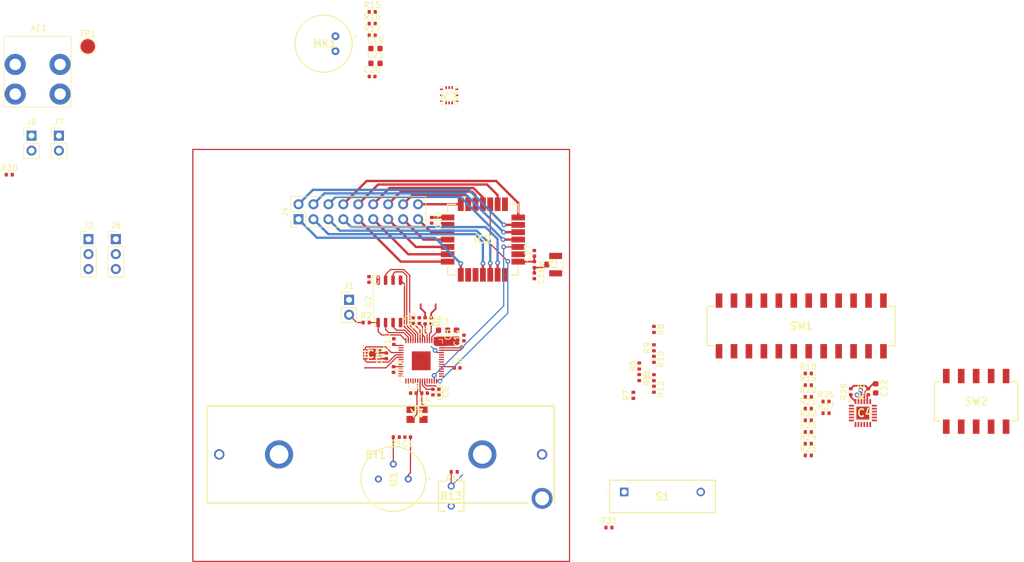
<source format=kicad_pcb>
(kicad_pcb (version 20221018) (generator pcbnew)
  (layers (0 "F.Cu" signal) (31 "B.Cu" signal) (34 "B.Paste" user) (35 "F.Paste" user) (36 "B.SilkS" user "B.Silkscreen") (37 "F.SilkS" user "F.Silkscreen") (38 "B.Mask" user) (39 "F.Mask" user) (44 "Edge.Cuts" user))
  (net 0 "")
  (net 1 "GND")
  (net 3 "+3.3V")
  (net 5 "VCC")
  (net 6 "/LoRa/PA13")
  (net 7 "/LoRa/PA14")
  (net 8 "/LoRa/PB15")
  (net 9 "/LoRa/PA15")
  (net 10 "/LoRa/PB4")
  (net 11 "/LoRa/PB3")
  (net 12 "/LoRa/PB5")
  (net 13 "/LoRa/PC1")
  (net 14 "/LoRa/PC0")
  (net 15 "Net-(IC2-RFIO)")
  (net 16 "/RPI2040_main/GPIO16")
  (net 17 "/LoRa/PA3")
  (net 18 "/LoRa/PA2")
  (net 19 "/LoRa/PB10")
  (net 20 "/LoRa/PA9")
  (net 21 "/LoRa/PA0")
  (net 22 "/RPI2040_main/GPIO17")
  (net 23 "/LoRa/PB9")
  (net 24 "/LoRa/PB14")
  (net 25 "/LoRa/PA10")
  (net 26 "/LoRa/PB0")
  (net 27 "/RPI2040_main/GPIO18")
  (net 28 "/RPI2040_main/GPIO19")
  (net 29 "/RPI2040_main/GPIO20")
  (net 30 "/RPI2040_main/GPIO21")
  (net 31 "/RPI2040_main/GPIO22")
  (net 32 "/RPI2040_main/GPIO23")
  (net 33 "/RPI2040_main/GPIO24")
  (net 34 "/RPI2040_main/GPIO25")
  (net 35 "/RPI2040_main/QSPI_SS")
  (net 36 "/RPI2040_main/QSPI_SD1")
  (net 37 "/RPI2040_main/QSPI_SD2")
  (net 38 "/RPI2040_main/QSPI_SD0")
  (net 39 "/RPI2040_main/QSPI_SCLK")
  (net 40 "/RPI2040_main/QSPI_SD3")
  (net 41 "Net-(AE1-A)")
  (net 42 "Net-(BT1-+)")
  (net 43 "/LoRa/TXD")
  (net 44 "/RPI2040_main/GPIO10")
  (net 45 "/RPI2040_main/GPIO11")
  (net 46 "/LoRa/RXD")
  (net 47 "/LoRa/Reset")
  (net 48 "/RPI2040_main/GPIO14")
  (net 49 "/RPI2040_main/GPIO15")
  (net 50 "Net-(U3-XIN)")
  (net 51 "Net-(U3-XOUT)")
  (net 52 "+1V1")
  (net 53 "/RPI2040_main/SWCLK")
  (net 54 "/RPI2040_main/SWD")
  (net 55 "/RPI2040_main/RUN")
  (net 56 "/RPI2040_main/ADC0")
  (net 57 "/RPI2040_main/LUX")
  (net 58 "/RPI2040_main/ADC2")
  (net 59 "/RPI2040_main/ADC3")
  (net 60 "/RPI2040_main/D-")
  (net 61 "/RPI2040_main/D+")
  (net 62 "Net-(MK1-+)")
  (net 63 "Net-(C19-Pad2)")
  (net 64 "Net-(C20-Pad1)")
  (net 65 "Net-(C21-Pad1)")
  (net 66 "Net-(J1-Pin_2)")
  (net 67 "/LoRa/Boot")
  (net 68 "/RPI2040_main/R7")
  (net 69 "Net-(R17-Pad1)")
  (net 71 "/RPI2040_main/SDA")
  (net 72 "/RPI2040_main/SCL")
  (net 73 "/RPI2040_main/PIR")
  (net 74 "/RPI2040_main/AIR_INT")
  (net 75 "/RPI2040_main/AIR_RES")
  (net 78 "/RPI2040_main/R6")
  (net 79 "/RPI2040_main/R5")
  (net 80 "/RPI2040_main/R4")
  (net 81 "/RPI2040_main/R3")
  (net 82 "/RPI2040_main/R2")
  (net 83 "/RPI2040_main/R1")
  (net 84 "/RPI2040_main/R0")
  (net 85 "/RPI2040_main/C0")
  (net 86 "/RPI2040_main/C1")
  (net 87 "/RPI2040_main/C2")
  (net 88 "/RPI2040_main/C3")
  (net 89 "/RPI2040_main/C4")
  (net 90 "/RPI2040_main/C5")
  (net 91 "/RPI2040_main/C6")
  (net 92 "/RPI2040_main/C7")
  (net 93 "/RPI2040_main/C8")
  (net 94 "/RPI2040_main/C9")
  (net 95 "Net-(IC4-~{RST})")
  (net 96 "Net-(IC4-~{INT})")
  (net 97 "/RPI2040_main/Digital_in")
  (net 98 "Net-(J5-Pin_3)")
  (net 99 "Net-(J5-Pin_2)")
  (net 100 "/RPI2040_main/LoRa_TXD")
  (net 101 "/RPI2040_main/LoRa_RXD")
  (net 103 "/RPI2040_main/SDA0")
  (net 104 "/RPI2040_main/SCL0")
  (footprint "SamacSys_Parts3:ZMOD4410AI1R" (layer "F.Cu") (at 169.7 73.5)
    (fp_text reference "IC3")
    (fp_text value "ZMOD4410AI1R" hide)
  )
  (footprint "Resistor_SMD:R_0402_1005Metric" (layer "F.Cu") (at 166.655 111.82 -90)
    (fp_text reference "R4")
    (fp_text value "27")
  )
  (footprint "SamacSys_Parts3:21912LPST" (layer "F.Cu") (at 229.53 112.695)
    (fp_text reference "SW1")
    (fp_text value "SW_DIP_x12" hide)
  )
  (footprint "Resistor_SMD:R_0402_1005Metric" (layer "F.Cu") (at 201 124.49 90)
    (fp_text reference "R7")
    (fp_text value "10K")
  )
  (footprint "Connector_PinHeader_2.54mm:PinHeader_1x02_P2.54mm_Vertical" (layer "F.Cu") (at 98.745 80.37)
    (fp_text reference "J6")
    (fp_text value "ON/OFF")
  )
  (footprint "Capacitor_SMD:C_0402_1005Metric" (layer "F.Cu") (at 167.955 123.935 -90)
    (fp_text reference "C6")
    (fp_text value "100nf")
  )
  (footprint "Resistor_SMD:R_0402_1005Metric" (layer "F.Cu") (at 233.74 125.54)
    (fp_text reference "R26")
    (fp_text value "10K")
  )
  (footprint "Connector_PinHeader_2.54mm:PinHeader_1x02_P2.54mm_Vertical" (layer "F.Cu") (at 152.7 108.26)
    (fp_text reference "J1")
    (fp_text value "Conn_01x02")
  )
  (footprint "Resistor_SMD:R_0402_1005Metric" (layer "F.Cu") (at 204.5 116.41 90)
    (fp_text reference "R9")
    (fp_text value "10K")
  )
  (footprint "Resistor_SMD:R_0402_1005Metric" (layer "F.Cu") (at 202 119.51 90)
    (fp_text reference "R5")
    (fp_text value "10K")
  )
  (footprint "Resistor_SMD:R_0402_1005Metric" (layer "F.Cu") (at 155.61 112.12)
    (fp_text reference "R2")
    (fp_text value "1K")
  )
  (footprint "SamacSys_Parts2:LoRaE5" (layer "F.Cu") (at 175.4375 98.02)
    (fp_text reference "IC2")
    (fp_text value "LoRa-E5" hide)
  )
  (footprint "Resistor_SMD:R_0402_1005Metric" (layer "F.Cu") (at 94.965 87)
    (fp_text reference "R30")
    (fp_text value "10K")
  )
  (footprint "Capacitor_SMD:C_0603_1608Metric" (layer "F.Cu") (at 157.185 68.075)
    (fp_text reference "C21")
    (fp_text value "2.2uf")
  )
  (footprint "Connector_PinHeader_2.54mm:PinHeader_2x09_P2.54mm_Vertical" (layer "F.Cu") (at 144.1075 94.565 90)
    (fp_text reference "J4")
    (fp_text value "Conn_02x09_Odd_Even")
  )
  (footprint "SamacSys_Parts3:2195MSTR" (layer "F.Cu") (at 259.25 125.51)
    (fp_text reference "SW2")
    (fp_text value "SW_DIP_x06" hide)
  )
  (footprint "Resistor_SMD:R_0402_1005Metric" (layer "F.Cu") (at 196.855 146.955)
    (fp_text reference "R31")
    (fp_text value "10K")
  )
  (footprint "Resistor_SMD:R_0402_1005Metric" (layer "F.Cu") (at 237.95 123.87 90)
    (fp_text reference "R29")
    (fp_text value "10K")
  )
  (footprint "Capacitor_SMD:C_0402_1005Metric" (layer "F.Cu") (at 163.63 124.11)
    (fp_text reference "C3")
    (fp_text value "27pf")
  )
  (footprint "Capacitor_SMD:C_0402_1005Metric" (layer "F.Cu") (at 160.25 120.1 -90)
    (fp_text reference "C10")
    (fp_text value "100nf")
  )
  (footprint "Capacitor_SMD:C_0402_1005Metric" (layer "F.Cu") (at 162.6575 131.59 180)
    (fp_text reference "C1")
    (fp_text value "100nf")
  )
  (footprint "TestPoint:TestPoint_Pad_D2.5mm" (layer "F.Cu") (at 108.305 65.2)
    (fp_text reference "TP1")
    (fp_text value "Antenne")
  )
  (footprint "Resistor_SMD:R_0402_1005Metric" (layer "F.Cu") (at 170.565 137.49 180)
    (fp_text reference "R14")
    (fp_text value "10K")
  )
  (footprint "Resistor_SMD:R_0402_1005Metric" (layer "F.Cu") (at 230.73 124.745)
    (fp_text reference "R20")
    (fp_text value "10K")
  )
  (footprint "Resistor_SMD:R_0402_1005Metric" (layer "F.Cu") (at 156.635 63.315)
    (fp_text reference "R17")
    (fp_text value "10K")
  )
  (footprint "Resistor_SMD:R_0402_1005Metric" (layer "F.Cu") (at 230.73 126.735)
    (fp_text reference "R21")
    (fp_text value "10K")
  )
  (footprint "Capacitor_SMD:C_0402_1005Metric" (layer "F.Cu") (at 163.605 111.79 90)
    (fp_text reference "C5")
    (fp_text value "100nf")
  )
  (footprint "Resistor_SMD:R_0402_1005Metric" (layer "F.Cu") (at 204.5 123.45 -90)
    (fp_text reference "R12")
    (fp_text value "10K")
  )
  (footprint "Resistor_SMD:R_0402_1005Metric" (layer "F.Cu") (at 230.73 120.765)
    (fp_text reference "R18")
    (fp_text value "10K")
  )
  (footprint "Connector_PinHeader_2.54mm:PinHeader_1x02_P2.54mm_Vertical" (layer "F.Cu") (at 103.395 80.37)
    (fp_text reference "J7")
    (fp_text value "Digital_in")
  )
  (footprint "Resistor_SMD:R_0402_1005Metric" (layer "F.Cu") (at 230.73 134.695)
    (fp_text reference "R25")
    (fp_text value "10K")
  )
  (footprint "Resistor_SMD:R_0402_1005Metric" (layer "F.Cu") (at 160.7275 131.59 180)
    (fp_text reference "R1")
    (fp_text value "10K")
  )
  (footprint "Package_SO:SOIC-8_5.23x5.23mm_P1.27mm" (layer "F.Cu") (at 159.54 108.52 90)
    (fp_text reference "U2")
    (fp_text value "W25Q128JVS")
  )
  (footprint "Capacitor_SMD:C_0402_1005Metric" (layer "F.Cu") (at 156.615 70.315)
    (fp_text reference "C20")
    (fp_text value "10pf")
  )
  (footprint "Resistor_SMD:R_0402_1005Metric" (layer "F.Cu") (at 230.73 130.715)
    (fp_text reference "R23")
    (fp_text value "10K")
  )
  (footprint "Resistor_SMD:R_0402_1005Metric" (layer "F.Cu") (at 165.63 111.82 -90)
    (fp_text reference "R3")
    (fp_text value "27")
  )
  (footprint "Capacitor_SMD:C_0402_1005Metric" (layer "F.Cu") (at 164.63 111.79 90)
    (fp_text reference "C13")
    (fp_text value "100nf")
  )
  (footprint "Resistor_SMD:R_0402_1005Metric" (layer "F.Cu") (at 184.1775 102.28 -90)
    (fp_text reference "L1")
    (fp_text value "0R")
  )
  (footprint "Capacitor_SMD:C_0603_1608Metric" (layer "F.Cu") (at 170.955 114.185 90)
    (fp_text reference "C8")
    (fp_text value "1uf")
  )
  (footprint "Connector_PinHeader_2.54mm:PinHeader_1x03_P2.54mm_Vertical" (layer "F.Cu") (at 113.07 97.95)
    (fp_text reference "J5")
    (fp_text value "USB")
  )
  (footprint "Capacitor_SMD:C_0402_1005Metric" (layer "F.Cu") (at 166.955 123.935 -90)
    (fp_text reference "C12")
    (fp_text value "100nf")
  )
  (footprint "Resistor_SMD:R_0402_1005Metric" (layer "F.Cu") (at 230.73 128.725)
    (fp_text reference "R22")
    (fp_text value "10K")
  )
  (footprint "Package_DFN_QFN:QFN-56-1EP_7x7mm_P0.4mm_EP3.2x3.2mm" (layer "F.Cu") (at 164.96 118.62)
    (fp_text reference "U3")
    (fp_text value "RP2040")
  )
  (footprint "Capacitor_SMD:C_0402_1005Metric" (layer "F.Cu") (at 160.31 115.36 90)
    (fp_text reference "C11")
    (fp_text value "100nf")
  )
  (footprint "Connector_PinHeader_2.54mm:PinHeader_1x03_P2.54mm_Vertical" (layer "F.Cu") (at 108.42 97.95)
    (fp_text reference "J2")
    (fp_text value "I2C")
  )
  (footprint "Resistor_SMD:R_0402_1005Metric" (layer "F.Cu") (at 230.73 122.755)
    (fp_text reference "R19")
    (fp_text value "10K")
  )
  (footprint "SamacSys_Parts2:SON50P250X250X100-9N-D" (layer "F.Cu") (at 156.655 117.51)
    (fp_text reference "IC1")
    (fp_text value "SHT30-DIS-B10KS" hide)
  )
  (footprint "Capacitor_SMD:C_0402_1005Metric" (layer "F.Cu") (at 165.53 124.11 180)
    (fp_text reference "C4")
    (fp_text value "27pf")
  )
  (footprint "SamacSys_Parts3:QFN50P400X400X80-25N-D" (layer "F.Cu") (at 240 127.5)
    (fp_text reference "IC4")
    (fp_text value "ADP5587ACPZ-R7" hide)
  )
  (footprint "Capacitor_SMD:C_0402_1005Metric" (layer "F.Cu") (at 184.1775 100.36 90)
    (fp_text reference "C17")
    (fp_text value "NC")
  )
  (footprint "Resistor_SMD:R_0402_1005Metric" (layer "F.Cu") (at 204.5 121.49 90)
    (fp_text reference "R11")
    (fp_text value "10K")
  )
  (footprint "Resistor_SMD:R_0402_1005Metric" (layer "F.Cu") (at 202 121.47 -90)
    (fp_text reference "R6")
    (fp_text value "10K")
  )
  (footprint "Capacitor_SMD:C_0402_1005Metric" (layer "F.Cu") (at 166.7375 94.75 -90)
    (fp_text reference "C16")
    (fp_text value "4,7uf")
  )
  (footprint "SamacSys_Parts2:X322512MSB4SI" (layer "F.Cu") (at 164.25 127.73 180)
    (fp_text reference "Y3")
    (fp_text value "12MHz" hide)
  )
  (footprint "Capacitor_SMD:C_0402_1005Metric" (layer "F.Cu") (at 159.03 117.78 90)
    (fp_text reference "C15")
    (fp_text value "100nf")
  )
  (footprint "Resistor_SMD:R_0402_1005Metric" (layer "F.Cu") (at 156.635 61.325)
    (fp_text reference "R16")
    (fp_text value "680")
  )
  (footprint "Resistor_SMD:R_0402_1005Metric" (layer "F.Cu") (at 240.92 123.86 90)
    (fp_text reference "R28")
    (fp_text value "10K")
  )
  (footprint "SamacSys_Parts2:EKMB1107111" (layer "F.Cu") (at 162.7575 138.71 90)
    (fp_text reference "U1")
    (fp_text value "EKMB1107111" hide)
  )
  (footprint "Resistor_SMD:R_0402_1005Metric" (layer "F.Cu") (at 233.74 127.53)
    (fp_text reference "R27")
    (fp_text value "10K")
  )
  (footprint "SamacSys_Parts2:23370191" (layer "F.Cu") (at 187.7975 102.28 -90)
    (fp_text reference "J3")
    (fp_text value "2337019-1" hide)
  )
  (footprint "SamacSys_Parts:02LDR1" (layer "F.Cu") (at 170.0575 143.31)
    (fp_text reference "R13")
    (fp_text value "R_Photo" hide)
  )
  (footprint "Resistor_SMD:R_0402_1005Metric" (layer "F.Cu") (at 230.73 132.705)
    (fp_text reference "R24")
    (fp_text value "10K")
  )
  (footprint "SELF_MADE:Event_alarm_antenna" (layer "F.Cu") (at 99.759 70.018)
    (fp_text reference "AE1")
    (fp_text value "Antenna")
  )
  (footprint "Capacitor_SMD:C_0402_1005Metric" (layer "F.Cu") (at 156.09 104.8 -90)
    (fp_text reference "C2")
    (fp_text value "100nf")
  )
  (footprint "Capacitor_SMD:C_0603_1608Metric" (layer "F.Cu") (at 242.18 123.31 -90)
    (fp_text reference "C22")
    (fp_text value "1uf")
  )
  (footprint "SamacSys_Parts3:4081" (layer "F.Cu") (at 199.45 140.91)
    (fp_text reference "S1")
    (fp_text value "4081" hide)
  )
  (footprint "Resistor_SMD:R_0402_1005Metric" (layer "F.Cu") (at 204.5 113.29 -90)
    (fp_text reference "R8")
    (fp_text value "10K")
  )
  (footprint "Capacitor_SMD:C_0402_1005Metric" (layer "F.Cu") (at 171.06 119.83)
    (fp_text reference "C9")
    (fp_text value "100nf")
  )
  (footprint "Capacitor_SMD:C_0603_1608Metric" (layer "F.Cu") (at 168.68 113.435)
    (fp_text reference "C7")
    (fp_text value "1uf")
  )
  (footprint "Capacitor_SMD:C_0402_1005Metric" (layer "F.Cu") (at 172.22 114.75 90)
    (fp_text reference "C14")
    (fp_text value "100nf")
  )
  (footprint "Resistor_SMD:R_0402_1005Metric" (layer "F.Cu") (at 204.5 118.37 -90)
    (fp_text reference "R10")
    (fp_text value "10K")
  )
  (footprint "Resistor_SMD:R_0402_1005Metric" (layer "F.Cu") (at 156.635 59.335)
    (fp_text reference "R15")
    (fp_text value "10K")
  )
  (footprint "SamacSys_Parts:CMA4544PFW" (layer "F.Cu") (at 150.38 63.47)
    (fp_text reference "MK1")
    (fp_text value "Microphone" hide)
  )
  (footprint "Capacitor_SMD:C_0603_1608Metric" (layer "F.Cu") (at 157.185 65.565)
    (fp_text reference "C19")
    (fp_text value "1uf")
  )
  (footprint "Capacitor_SMD:C_0402_1005Metric" (layer "F.Cu") (at 184.1775 104.19 -90)
    (fp_text reference "C18")
    (fp_text value "NC")
  )
  (footprint "SamacSys_Parts3:BHAA-3" (layer "F.Cu") (at 158.07 134.53)
    (fp_text reference "BT1")
    (fp_text value "Battery_Cell" hide)
  )
  (gr_rect (start 126.1575 82.71) (end 190.1575 152.71) (stroke (width 0.2)) (fill none) (layer "F.Cu"))
  (segment (start 158.99 117.26) (end 159.03 117.3) (width 0.3) (layer "F.Cu") (net 1))
  (segment (start 157.855 116.76) (end 157.855 117.26) (width 0.3) (layer "F.Cu") (net 1))
  (segment (start 157.855 117.26) (end 158.99 117.26) (width 0.3) (layer "F.Cu") (net 1))
  (segment (start 155.455 117.26) (end 157.855 117.26) (width 0.3) (layer "F.Cu") (net 1))
  (segment (start 167.355 115.1825) (end 167.56 115.1825) (width 0.2) (layer "F.Cu") (net 3))
  (segment (start 167.415 116.02) (end 168.3975 116.02) (width 0.2) (layer "F.Cu") (net 3))
  (segment (start 165.56 114.610183) (end 165.16 114.210183) (width 0.2) (layer "F.Cu") (net 3))
  (segment (start 168.3975 115.86) (end 169.205 115.86) (width 0.2) (layer "F.Cu") (net 3))
  (segment (start 240.92 123.35) (end 240.25 124.02) (width 0.3) (layer "F.Cu") (net 3))
  (segment (start 167.355 114.667843) (end 167.355 115.1825) (width 0.2) (layer "F.Cu") (net 3))
  (segment (start 167.16 114.745686) (end 167.237843 114.667843) (width 0.2) (layer "F.Cu") (net 3))
  (segment (start 167.16 115.1825) (end 167.16 115.765) (width 0.2) (layer "F.Cu") (net 3))
  (segment (start 167.355 115.81) (end 167.28 115.885) (width 0.2) (layer "F.Cu") (net 3))
  (segment (start 242.18 122.535) (end 241.735 122.535) (width 0.3) (layer "F.Cu") (net 3))
  (segment (start 168.3975 116.02) (end 169.295 116.02) (width 0.2) (layer "F.Cu") (net 3))
  (segment (start 237.95 123.36) (end 238.451218 122.858782) (width 0.3) (layer "F.Cu") (net 3))
  (segment (start 165.16 114.210183) (end 165.16 112.8) (width 0.2) (layer "F.Cu") (net 3))
  (segment (start 157.855 118.26) (end 159.03 118.26) (width 0.3) (layer "F.Cu") (net 3))
  (segment (start 168.3975 115.86) (end 167.405 115.86) (width 0.2) (layer "F.Cu") (net 3))
  (segment (start 165.16 112.8) (end 164.63 112.27) (width 0.2) (layer "F.Cu") (net 3))
  (segment (start 167.28 115.885) (end 167.415 116.02) (width 0.2) (layer "F.Cu") (net 3))
  (segment (start 165.16 115.1825) (end 165.16 114.210183) (width 0.2) (layer "F.Cu") (net 3))
  (segment (start 167.16 115.1825) (end 167.355 115.1825) (width 0.2) (layer "F.Cu") (net 3))
  (segment (start 163.1375 131.59) (end 163.1375 135.47) (width 0.2) (layer "F.Cu") (net 3))
  (segment (start 169.205 115.86) (end 169.33 115.985) (width 0.2) (layer "F.Cu") (net 3))
  (segment (start 165.16 122.0575) (end 165.16 122.755661) (width 0.2) (layer "F.Cu") (net 3))
  (segment (start 161.5225 116.02) (end 160.49 116.02) (width 0.2) (layer "F.Cu") (net 3))
  (segment (start 240.428782 122.858782) (end 240.92 123.35) (width 0.3) (layer "F.Cu") (net 3))
  (segment (start 163.1275 135.48) (end 163.1275 137.66) (width 0.2) (layer "F.Cu") (net 3))
  (segment (start 163.1375 135.47) (end 163.1275 135.48) (width 0.2) (layer "F.Cu") (net 3))
  (segment (start 168.3975 115.6175) (end 168.405 115.61) (width 0.2) (layer "F.Cu") (net 3))
  (segment (start 167.237843 114.667843) (end 167.355 114.667843) (width 0.2) (layer "F.Cu") (net 3))
  (segment (start 165.56 115.1825) (end 165.56 114.610183) (width 0.2) (layer "F.Cu") (net 3))
  (segment (start 160.49 116.02) (end 160.31 115.84) (width 0.2) (layer "F.Cu") (net 3))
  (segment (start 169.295 116.02) (end 169.33 115.985) (width 0.2) (layer "F.Cu") (net 3))
  (segment (start 168.3975 119.62) (end 170.37 119.62) (width 0.2) (layer "F.Cu") (net 3))
  (segment (start 165.859339 123.455) (end 166.955 123.455) (width 0.2) (layer "F.Cu") (net 3))
  (segment (start 167.355 114.667843) (end 168.212843 114.667843) (width 0.2) (layer "F.Cu") (net 3))
  (segment (start 163.1275 137.66) (end 162.7575 138.03) (width 0.2) (layer "F.Cu") (net 3))
  (segment (start 238.451218 122.858782) (end 240.428782 122.858782) (width 0.3) (layer "F.Cu") (net 3))
  (segment (start 168.3975 115.86) (end 168.3975 115.6175) (width 0.2) (layer "F.Cu") (net 3))
  (segment (start 165.16 122.755661) (end 165.859339 123.455) (width 0.2) (layer "F.Cu") (net 3))
  (segment (start 167.405 115.86) (end 167.355 115.81) (width 0.2) (layer "F.Cu") (net 3))
  (segment (start 161.5225 119.62) (end 160.25 119.62) (width 0.2) (layer "F.Cu") (net 3))
  (segment (start 162.7575 138.03) (end 162.7575 138.71) (width 0.2) (layer "F.Cu") (net 3))
  (segment (start 167.355 115.1825) (end 167.355 115.81) (width 0.2) (layer "F.Cu") (net 3))
  (segment (start 167.16 115.765) (end 167.28 115.885) (width 0.2) (layer "F.Cu") (net 3))
  (segment (start 167.16 115.1825) (end 167.16 114.745686) (width 0.2) (layer "F.Cu") (net 3))
  (segment (start 170.37 119.62) (end 170.58 119.83) (width 0.2) (layer "F.Cu") (net 3))
  (segment (start 168.212843 114.667843) (end 168.23 114.685) (width 0.2) (layer "F.Cu") (net 3))
  (segment (start 241.735 122.535) (end 240.92 123.35) (width 0.3) (layer "F.Cu") (net 3))
  (segment (start 240.25 124.02) (end 240.25 125.55) (width 0.3) (layer "F.Cu") (net 3))
  (segment (start 169.4375 94.27) (end 166.7375 94.27) (width 0.4) (layer "F.Cu") (net 5))
  (segment (start 164.4275 94.565) (end 166.6325 96.77) (width 0.4) (layer "F.Cu") (net 6))
  (segment (start 166.6325 96.77) (end 169.4375 96.77) (width 0.4) (layer "F.Cu") (net 6))
  (segment (start 165.3425 98.02) (end 169.4375 98.02) (width 0.4) (layer "F.Cu") (net 7))
  (segment (start 161.8875 94.565) (end 165.3425 98.02) (width 0.4) (layer "F.Cu") (net 7))
  (segment (start 159.3475 94.565) (end 164.0525 99.27) (width 0.4) (layer "F.Cu") (net 8))
  (segment (start 164.0525 99.27) (end 169.4375 99.27) (width 0.4) (layer "F.Cu") (net 8))
  (segment (start 156.8075 94.565) (end 162.7625 100.52) (width 0.4) (layer "F.Cu") (net 9))
  (segment (start 162.7625 100.52) (end 169.4375 100.52) (width 0.4) (layer "F.Cu") (net 9))
  (segment (start 161.4725 101.77) (end 169.4375 101.77) (width 0.4) (layer "F.Cu") (net 10))
  (segment (start 154.2675 94.565) (end 161.4725 101.77) (width 0.4) (layer "F.Cu") (net 10))
  (segment (start 171.6775 102.1) (end 171.6775 104.01) (width 0.4) (layer "F.Cu") (net 11))
  (segment (start 171.6775 104.01) (end 171.6875 104.02) (width 0.4) (layer "F.Cu") (net 11))
  (via (at 171.6775 102.1) (size 0.8) (drill 0.4) (layers "F.Cu" "B.Cu") (net 11))
  (segment (start 167.2875 97.71) (end 171.6775 102.1) (width 0.4) (layer "B.Cu") (net 11))
  (segment (start 147.2525 97.71) (end 167.2875 97.71) (width 0.4) (layer "B.Cu") (net 11))
  (segment (start 144.1075 94.565) (end 147.2525 97.71) (width 0.4) (layer "B.Cu") (net 11))
  (segment (start 175.4375 102.09) (end 175.4375 104.02) (width 0.4) (layer "F.Cu") (net 12))
  (via (at 175.4375 102.09) (size 0.8) (drill 0.4) (layers "F.Cu" "B.Cu") (net 12))
  (segment (start 149.1925 97.11) (end 174.118972 97.11) (width 0.4) (layer "B.Cu") (net 12))
  (segment (start 146.6475 94.565) (end 149.1925 97.11) (width 0.4) (layer "B.Cu") (net 12))
  (segment (start 174.118972 97.11) (end 175.4375 98.428528) (width 0.4) (layer "B.Cu") (net 12))
  (segment (start 175.4375 98.428528) (end 175.4375 102.09) (width 0.4) (layer "B.Cu") (net 12))
  (segment (start 176.6875 102.03) (end 176.6875 104.02) (width 0.4) (layer "F.Cu") (net 13))
  (via (at 176.6875 102.03) (size 0.8) (drill 0.4) (layers "F.Cu" "B.Cu") (net 13))
  (segment (start 149.1875 94.565) (end 151.1325 96.51) (width 0.4) (layer "B.Cu") (net 13))
  (segment (start 174.3675 96.51) (end 176.6875 98.83) (width 0.4) (layer "B.Cu") (net 13))
  (segment (start 151.1325 96.51) (end 174.3675 96.51) (width 0.4) (layer "B.Cu") (net 13))
  (segment (start 176.6875 98.83) (end 176.6875 102.03) (width 0.4) (layer "B.Cu") (net 13))
  (segment (start 177.9375 101.97) (end 177.9375 104.02) (width 0.4) (layer "F.Cu") (net 14))
  (via (at 177.9375 101.97) (size 0.8) (drill 0.4) (layers "F.Cu" "B.Cu") (net 14))
  (segment (start 153.0625 95.9) (end 175.888972 95.9) (width 0.4) (layer "B.Cu") (net 14))
  (segment (start 177.9375 97.948528) (end 177.9375 101.97) (width 0.4) (layer "B.Cu") (net 14))
  (segment (start 175.888972 95.9) (end 177.9375 97.948528) (width 0.4) (layer "B.Cu") (net 14))
  (segment (start 151.7275 94.565) (end 153.0625 95.9) (width 0.4) (layer "B.Cu") (net 14))
  (segment (start 181.4375 101.77) (end 184.1775 101.77) (width 0.3) (layer "F.Cu") (net 15))
  (segment (start 184.1775 100.84) (end 184.1775 101.77) (width 0.3) (layer "F.Cu") (net 15))
  (segment (start 178.9675 99.27) (end 181.4375 99.27) (width 0.2) (layer "F.Cu") (net 16))
  (segment (start 167.16 122.0575) (end 167.16 121.12593) (width 0.2) (layer "F.Cu") (net 16))
  (segment (start 167.16 121.12593) (end 167.151749 121.117679) (width 0.2) (layer "F.Cu") (net 16))
  (via (at 178.9675 99.27) (size 0.8) (drill 0.4) (layers "F.Cu" "B.Cu") (net 16))
  (via (at 167.151749 121.117679) (size 0.8) (drill 0.4) (layers "F.Cu" "B.Cu") (net 16))
  (segment (start 167.151749 121.117679) (end 178.9675 109.301928) (width 0.2) (layer "B.Cu") (net 16))
  (segment (start 178.9675 109.301928) (end 178.9675 99.27) (width 0.2) (layer "B.Cu") (net 16))
  (segment (start 178.8575 98.02) (end 181.4375 98.02) (width 0.4) (layer "F.Cu") (net 17))
  (via (at 178.8575 98.02) (size 0.8) (drill 0.4) (layers "F.Cu" "B.Cu") (net 17))
  (segment (start 149.1875 92.025) (end 150.4375 90.775) (width 0.4) (layer "B.Cu") (net 17))
  (segment (start 171.6125 90.775) (end 178.8575 98.02) (width 0.4) (layer "B.Cu") (net 17))
  (segment (start 150.4375 90.775) (end 171.6125 90.775) (width 0.4) (layer "B.Cu") (net 17))
  (segment (start 178.9475 96.77) (end 181.4375 96.77) (width 0.4) (layer "F.Cu") (net 18))
  (via (at 178.9475 96.77) (size 0.8) (drill 0.4) (layers "F.Cu" "B.Cu") (net 18))
  (segment (start 146.6475 92.025) (end 148.4975 90.175) (width 0.4) (layer "B.Cu") (net 18))
  (segment (start 161.6575 90.175) (end 172.3525 90.175) (width 0.4) (layer "B.Cu") (net 18))
  (segment (start 148.4975 90.175) (end 161.6575 90.175) (width 0.4) (layer "B.Cu") (net 18))
  (segment (start 172.3525 90.175) (end 178.9475 96.77) (width 0.4) (layer "B.Cu") (net 18))
  (segment (start 178.9975 95.52) (end 181.4375 95.52) (width 0.4) (layer "F.Cu") (net 19))
  (via (at 178.9975 95.52) (size 0.8) (drill 0.4) (layers "F.Cu" "B.Cu") (net 19))
  (segment (start 173.0525 89.575) (end 178.9975 95.52) (width 0.4) (layer "B.Cu") (net 19))
  (segment (start 146.5575 89.575) (end 144.1075 92.025) (width 0.4) (layer "B.Cu") (net 19))
  (segment (start 157.3775 89.575) (end 173.0525 89.575) (width 0.4) (layer "B.Cu") (net 19))
  (segment (start 157.3775 89.575) (end 146.5575 89.575) (width 0.4) (layer "B.Cu") (net 19))
  (segment (start 181.4375 94.27) (end 181.4375 91.82) (width 0.4) (layer "F.Cu") (net 20))
  (segment (start 177.6875 88.07) (end 155.6825 88.07) (width 0.4) (layer "F.Cu") (net 20))
  (segment (start 181.4375 91.82) (end 177.6875 88.07) (width 0.4) (layer "F.Cu") (net 20))
  (segment (start 155.6825 88.07) (end 151.7275 92.025) (width 0.4) (layer "F.Cu") (net 20))
  (segment (start 154.2675 92.025) (end 157.6225 88.67) (width 0.4) (layer "F.Cu") (net 21))
  (segment (start 176.1375 88.67) (end 177.9375 90.47) (width 0.4) (layer "F.Cu") (net 21))
  (segment (start 157.6225 88.67) (end 176.1375 88.67) (width 0.4) (layer "F.Cu") (net 21))
  (segment (start 177.9375 90.47) (end 177.9375 92.02) (width 0.4) (layer "F.Cu") (net 21))
  (segment (start 168.135 122.0575) (end 168.1375 122.06) (width 0.2) (layer "F.Cu") (net 22))
  (segment (start 176.6875 98.7405) (end 179.667 101.72) (width 0.2) (layer "F.Cu") (net 22))
  (segment (start 176.6875 92.02) (end 176.6875 98.7405) (width 0.2) (layer "F.Cu") (net 22))
  (segment (start 167.56 122.0575) (end 168.135 122.0575) (width 0.2) (layer "F.Cu") (net 22))
  (via (at 179.667 101.72) (size 0.8) (drill 0.4) (layers "F.Cu" "B.Cu") (net 22))
  (via (at 168.1375 122.06) (size 0.8) (drill 0.4) (layers "F.Cu" "B.Cu") (net 22))
  (segment (start 179.667 101.72) (end 179.667 110.5305) (width 0.2) (layer "B.Cu") (net 22))
  (segment (start 179.667 110.5305) (end 168.1375 122.06) (width 0.2) (layer "B.Cu") (net 22))
  (segment (start 175.4375 90.871472) (end 175.4375 92.02) (width 0.4) (layer "F.Cu") (net 23))
  (segment (start 159.5625 89.27) (end 173.836028 89.27) (width 0.4) (layer "F.Cu") (net 23))
  (segment (start 156.8075 92.025) (end 159.5625 89.27) (width 0.4) (layer "F.Cu") (net 23))
  (segment (start 173.836028 89.27) (end 175.4375 90.871472) (width 0.4) (layer "F.Cu") (net 23))
  (segment (start 161.5025 89.87) (end 173.5875 89.87) (width 0.4) (layer "F.Cu") (net 24))
  (segment (start 173.5875 89.87) (end 174.1875 90.47) (width 0.4) (layer "F.Cu") (net 24))
  (segment (start 159.3475 92.025) (end 161.5025 89.87) (width 0.4) (layer "F.Cu") (net 24))
  (segment (start 174.1875 90.47) (end 174.1875 92.02) (width 0.4) (layer "F.Cu") (net 24))
  (segment (start 163.4425 90.47) (end 172.5875 90.47) (width 0.4) (layer "F.Cu") (net 25))
  (segment (start 172.9375 90.82) (end 172.9375 92.02) (width 0.4) (layer "F.Cu") (net 25))
  (segment (start 172.5875 90.47) (end 172.9375 90.82) (width 0.4) (layer "F.Cu") (net 25))
  (segment (start 161.8875 92.025) (end 163.4425 90.47) (width 0.4) (layer "F.Cu") (net 25))
  (segment (start 171.6875 92.02) (end 164.4325 92.02) (width 0.4) (layer "F.Cu") (net 26))
  (segment (start 164.4325 92.02) (end 164.4275 92.025) (width 0.4) (layer "F.Cu") (net 26))
  (segment (start 158.22 114.23) (end 157.635 113.645) (width 0.2) (layer "F.Cu") (net 35))
  (segment (start 162.36 115.1825) (end 161.4075 114.23) (width 0.2) (layer "F.Cu") (net 35))
  (segment (start 161.4075 114.23) (end 158.22 114.23) (width 0.2) (layer "F.Cu") (net 35))
  (segment (start 157.635 113.645) (end 157.635 112.12) (width 0.2) (layer "F.Cu") (net 35))
  (segment (start 157.635 112.12) (end 156.12 112.12) (width 0.2) (layer "F.Cu") (net 35))
  (segment (start 158.905 113.305) (end 159.43 113.83) (width 0.2) (layer "F.Cu") (net 36))
  (segment (start 159.43 113.83) (end 161.970004 113.83) (width 0.2) (layer "F.Cu") (net 36))
  (segment (start 158.905 112.12) (end 158.905 113.305) (width 0.2) (layer "F.Cu") (net 36))
  (segment (start 161.970004 113.83) (end 162.76 114.619997) (width 0.2) (layer "F.Cu") (net 36))
  (segment (start 162.76 114.619997) (end 162.76 115.1825) (width 0.2) (layer "F.Cu") (net 36))
  (segment (start 160.76 113.43) (end 162.13569 113.43) (width 0.2) (layer "F.Cu") (net 37))
  (segment (start 160.175 112.845) (end 160.76 113.43) (width 0.2) (layer "F.Cu") (net 37))
  (segment (start 163.16 115.1825) (end 163.16 114.454311) (width 0.2) (layer "F.Cu") (net 37))
  (segment (start 162.13569 113.43) (end 162.627845 113.922155) (width 0.2) (layer "F.Cu") (net 37))
  (segment (start 160.175 112.12) (end 160.175 112.845) (width 0.2) (layer "F.Cu") (net 37))
  (segment (start 163.16 114.454311) (end 162.442845 113.737155) (width 0.2) (layer "F.Cu") (net 37))
  (segment (start 163.56 115.1825) (end 163.56 114.288625) (width 0.2) (layer "F.Cu") (net 38))
  (segment (start 162.1 105.575) (end 161.445 104.92) (width 0.2) (layer "F.Cu") (net 38))
  (segment (start 163.56 114.288625) (end 162.1 112.828624) (width 0.2) (layer "F.Cu") (net 38))
  (segment (start 162.1 112.828624) (end 162.1 105.575) (width 0.2) (layer "F.Cu") (net 38))
  (segment (start 160.55 103.51) (end 160.175 103.885) (width 0.2) (layer "F.Cu") (net 39))
  (segment (start 162.5 104.17) (end 161.84 103.51) (width 0.2) (layer "F.Cu") (net 39))
  (segment (start 163.96 114.122939) (end 162.5 112.662939) (width 0.2) (layer "F.Cu") (net 39))
  (segment (start 160.175 103.885) (end 160.175 104.92) (width 0.2) (layer "F.Cu") (net 39))
  (segment (start 161.84 103.51) (end 160.55 103.51) (width 0.2) (layer "F.Cu") (net 39))
  (segment (start 163.96 115.1825) (end 163.96 114.122939) (width 0.2) (layer "F.Cu") (net 39))
  (segment (start 162.5 112.662939) (end 162.5 104.17) (width 0.2) (layer "F.Cu") (net 39))
  (segment (start 159.75 103.11) (end 158.905 103.955) (width 0.2) (layer "F.Cu") (net 40))
  (segment (start 162.995 104.099315) (end 162.005685 103.11) (width 0.2) (layer "F.Cu") (net 40))
  (segment (start 162.005685 103.11) (end 159.75 103.11) (width 0.2) (layer "F.Cu") (net 40))
  (segment (start 164.36 115.1825) (end 164.36 113.957254) (width 0.2) (layer "F.Cu") (net 40))
  (segment (start 162.995 112.592254) (end 162.995 104.099315) (width 0.2) (layer "F.Cu") (net 40))
  (segment (start 158.905 103.955) (end 158.905 104.92) (width 0.2) (layer "F.Cu") (net 40))
  (segment (start 164.36 113.957254) (end 162.995 112.592254) (width 0.2) (layer "F.Cu") (net 40))
  (segment (start 184.1775 102.79) (end 185.7625 102.79) (width 0.3) (layer "F.Cu") (net 41))
  (segment (start 185.7625 102.79) (end 186.2725 102.28) (width 0.3) (layer "F.Cu") (net 41))
  (segment (start 184.1775 103.71) (end 184.1775 102.79) (width 0.3) (layer "F.Cu") (net 41))
  (segment (start 164.23 124.23) (end 164.11 124.11) (width 0.2) (layer "F.Cu") (net 50))
  (segment (start 164.36 123.86) (end 164.11 124.11) (width 0.2) (layer "F.Cu") (net 50))
  (segment (start 164.36 122.0575) (end 164.36 123.86) (width 0.2) (layer "F.Cu") (net 50))
  (segment (start 163.35 128.58) (end 164.23 127.7) (width 0.2) (layer "F.Cu") (net 50))
  (segment (start 164.23 127.7) (end 164.23 124.23) (width 0.2) (layer "F.Cu") (net 50))
  (segment (start 163.15 128.58) (end 163.35 128.58) (width 0.2) (layer "F.Cu") (net 50))
  (segment (start 164.76 122.0575) (end 164.76 123.82) (width 0.2) (layer "F.Cu") (net 51))
  (segment (start 165.05 125.91) (end 165.35 126.21) (width 0.2) (layer "F.Cu") (net 51))
  (segment (start 165.35 126.21) (end 165.35 126.88) (width 0.2) (layer "F.Cu") (net 51))
  (segment (start 164.76 123.82) (end 165.05 124.11) (width 0.2) (layer "F.Cu") (net 51))
  (segment (start 165.05 124.11) (end 165.05 125.91) (width 0.2) (layer "F.Cu") (net 51))
  (segment (start 166.76 115.1825) (end 166.76 114.58) (width 0.2) (layer "F.Cu") (net 52))
  (segment (start 164.76 115.1825) (end 164.76 113.425) (width 0.2) (layer "F.Cu") (net 52))
  (segment (start 165.56 122.589975) (end 165.845025 122.875) (width 0.2) (layer "F.Cu") (net 52))
  (segment (start 165.845025 122.875) (end 167.375 122.875) (width 0.2) (layer "F.Cu") (net 52))
  (segment (start 166.76 114.58) (end 167.905 113.435) (width 0.2) (layer "F.Cu") (net 52))
  (segment (start 165.56 122.0575) (end 165.56 122.589975) (width 0.2) (layer "F.Cu") (net 52))
  (segment (start 164.76 113.425) (end 163.605 112.27) (width 0.2) (layer "F.Cu") (net 52))
  (segment (start 167.375 122.875) (end 167.955 123.455) (width 0.2) (layer "F.Cu") (net 52))
  (segment (start 168.3975 117.22) (end 167.69 117.22) (width 0.2) (layer "F.Cu") (net 57))
  (segment (start 170.0575 137.4925) (end 170.0575 139.91) (width 0.2) (layer "F.Cu") (net 57))
  (segment (start 170.055 137.49) (end 170.0575 137.4925) (width 0.2) (layer "F.Cu") (net 57))
  (segment (start 167.69 117.22) (end 167.32 116.85) (width 0.2) (layer "F.Cu") (net 57))
  (via (at 167.32 116.85) (size 0.8) (drill 0.4) (layers "F.Cu" "B.Cu") (net 57))
  (segment (start 170.0575 139.91) (end 171.9875 137.98) (width 0.2) (layer "B.Cu") (net 57))
  (segment (start 166.66 116.19) (end 167.32 116.85) (width 0.2) (layer "B.Cu") (net 57))
  (segment (start 168.3975 116.82) (end 171.635686 116.82) (width 0.2) (layer "F.Cu") (net 58))
  (segment (start 171.635686 116.82) (end 172.175343 116.280343) (width 0.2) (layer "F.Cu") (net 58))
  (segment (start 171.47 116.42) (end 171.855 116.035) (width 0.2) (layer "F.Cu") (net 59))
  (segment (start 168.3975 116.42) (end 171.47 116.42) (width 0.2) (layer "F.Cu") (net 59))
  (segment (start 166.36 114.04) (end 166.655 113.745) (width 0.2) (layer "F.Cu") (net 60))
  (segment (start 166.655 113.745) (end 166.655 112.33) (width 0.2) (layer "F.Cu") (net 60))
  (segment (start 166.36 115.1825) (end 166.36 114.04) (width 0.2) (layer "F.Cu") (net 60))
  (segment (start 165.63 113.745) (end 165.63 112.33) (width 0.2) (layer "F.Cu") (net 61))
  (segment (start 165.96 114.075) (end 165.63 113.745) (width 0.2) (layer "F.Cu") (net 61))
  (segment (start 165.96 115.1825) (end 165.96 114.075) (width 0.2) (layer "F.Cu") (net 61))
  (segment (start 155.1 112.12) (end 154.02 112.12) (width 0.2) (layer "F.Cu") (net 66))
  (segment (start 154.02 112.12) (end 152.7 110.8) (width 0.2) (layer "F.Cu") (net 66))
  (segment (start 155.455 116.41) (end 155.455 116.76) (width 0.2) (layer "F.Cu") (net 71))
  (segment (start 158.922254 116.26) (end 155.605 116.26) (width 0.2) (layer "F.Cu") (net 71))
  (segment (start 239.75 123.7354) (end 239.623382 123.608782) (width 0.3) (layer "F.Cu") (net 71))
  (segment (start 161.5225 117.22) (end 159.882254 117.22) (width 0.2) (layer "F.Cu") (net 71))
  (segment (start 239.75 125.55) (end 239.75 123.7354) (width 0.3) (layer "F.Cu") (net 71))
  (segment (start 159.882254 117.22) (end 158.922254 116.26) (width 0.2) (layer "F.Cu") (net 71))
  (segment (start 155.605 116.26) (end 155.455 116.41) (width 0.2) (layer "F.Cu") (net 71))
  (via (at 239.623382 123.608782) (size 0.8) (drill 0.4) (layers "F.Cu" "B.Cu") (net 71))
  (segment (start 160.602254 117.62) (end 159.382254 118.84) (width 0.2) (layer "F.Cu") (net 72))
  (segment (start 159.382254 118.84) (end 155.685 118.84) (width 0.2) (layer "F.Cu") (net 72))
  (segment (start 161.5225 117.62) (end 160.602254 117.62) (width 0.2) (layer "F.Cu") (net 72))
  (segment (start 239.25 125.55) (end 239.25 124.661267) (width 0.3) (layer "F.Cu") (net 72))
  (segment (start 239.25 124.661267) (end 239.0005 124.411767) (width 0.3) (layer "F.Cu") (net 72))
  (segment (start 155.455 118.61) (end 155.455 118.26) (width 0.2) (layer "F.Cu") (net 72))
  (segment (start 155.685 118.84) (end 155.455 118.61) (width 0.2) (layer "F.Cu") (net 72))
  (via (at 239.0005 124.411767) (size 0.8) (drill 0.4) (layers "F.Cu" "B.Cu") (net 72))
  (segment (start 161.5225 118.02) (end 160.76794 118.02) (width 0.2) (layer "F.Cu") (net 73))
  (segment (start 158.96794 119.82) (end 155.34 119.82) (width 0.2) (layer "F.Cu") (net 73))
  (segment (start 160.2175 131.59) (end 160.2175 136.17) (width 0.2) (layer "F.Cu") (net 73))
  (segment (start 160.76794 118.02) (end 158.96794 119.82) (width 0.2) (layer "F.Cu") (net 73))
  (segment (start 240.75 124.54) (end 240.92 124.37) (width 0.3) (layer "F.Cu") (net 95))
  (segment (start 240.75 125.55) (end 240.75 124.54) (width 0.3) (layer "F.Cu") (net 95))
  (segment (start 237.95 124.38) (end 237.95 124.75) (width 0.3) (layer "F.Cu") (net 96))
  (segment (start 237.95 124.75) (end 238.75 125.55) (width 0.3) (layer "F.Cu") (net 96))
  (segment (start 165.63 110.46) (end 164.865 109.695) (width 0.3) (layer "F.Cu") (net 98))
  (segment (start 165.63 110.46) (end 165.63 111.31) (width 0.3) (layer "F.Cu") (net 98))
  (segment (start 164.865 109.695) (end 164.865 109.01) (width 0.3) (layer "F.Cu") (net 98))
  (segment (start 166.655 110.535) (end 166.655 111.31) (width 0.3) (layer "F.Cu") (net 99))
  (segment (start 167.405 109.785) (end 167.405 109.01) (width 0.3) (layer "F.Cu") (net 99))
  (segment (start 166.655 110.535) (end 167.405 109.785) (width 0.3) (layer "F.Cu") (net 99))
  (zone (net 3) (net_name "+3.3V") (layer "F.Cu") (connect_pads yes (clearance 0.5)) (min_thickness 0.25) (fill yes (thermal_gap 0.5) (thermal_bridge_width 0.5))
    (polygon (pts (xy 167.055 116.085) (xy 171.455 116.085) (xy 171.455 114.51) (xy 167.055 114.51)))
  )
)
</source>
